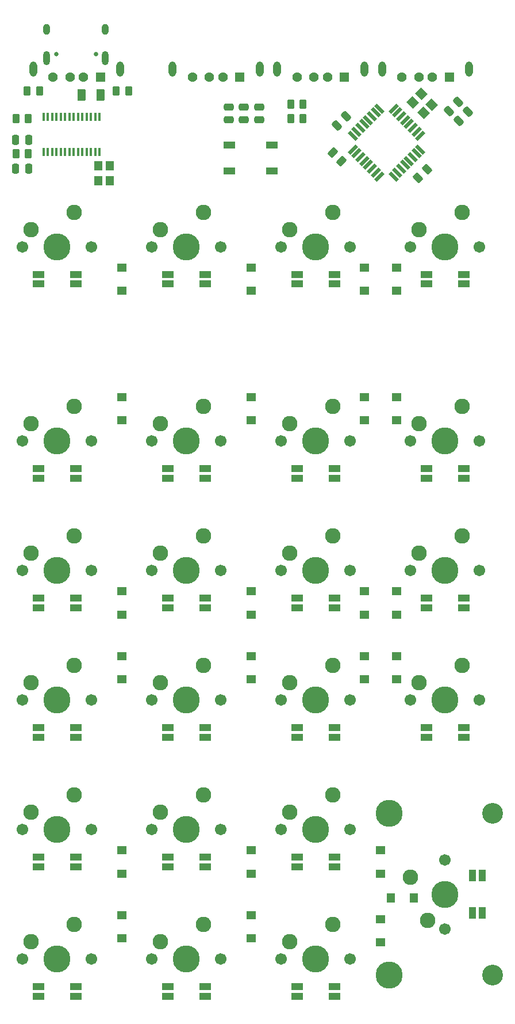
<source format=gbr>
%TF.GenerationSoftware,KiCad,Pcbnew,(6.99.0-222-g367431f825)*%
%TF.CreationDate,2022-01-14T00:46:19+01:00*%
%TF.ProjectId,usbhub-macropad,75736268-7562-42d6-9d61-63726f706164,rev?*%
%TF.SameCoordinates,Original*%
%TF.FileFunction,Soldermask,Bot*%
%TF.FilePolarity,Negative*%
%FSLAX46Y46*%
G04 Gerber Fmt 4.6, Leading zero omitted, Abs format (unit mm)*
G04 Created by KiCad (PCBNEW (6.99.0-222-g367431f825)) date 2022-01-14 00:46:19*
%MOMM*%
%LPD*%
G01*
G04 APERTURE LIST*
G04 Aperture macros list*
%AMRoundRect*
0 Rectangle with rounded corners*
0 $1 Rounding radius*
0 $2 $3 $4 $5 $6 $7 $8 $9 X,Y pos of 4 corners*
0 Add a 4 corners polygon primitive as box body*
4,1,4,$2,$3,$4,$5,$6,$7,$8,$9,$2,$3,0*
0 Add four circle primitives for the rounded corners*
1,1,$1+$1,$2,$3*
1,1,$1+$1,$4,$5*
1,1,$1+$1,$6,$7*
1,1,$1+$1,$8,$9*
0 Add four rect primitives between the rounded corners*
20,1,$1+$1,$2,$3,$4,$5,0*
20,1,$1+$1,$4,$5,$6,$7,0*
20,1,$1+$1,$6,$7,$8,$9,0*
20,1,$1+$1,$8,$9,$2,$3,0*%
%AMRotRect*
0 Rectangle, with rotation*
0 The origin of the aperture is its center*
0 $1 length*
0 $2 width*
0 $3 Rotation angle, in degrees counterclockwise*
0 Add horizontal line*
21,1,$1,$2,0,0,$3*%
G04 Aperture macros list end*
%ADD10R,1.428000X1.428000*%
%ADD11C,1.428000*%
%ADD12O,1.108000X2.216000*%
%ADD13C,0.650000*%
%ADD14O,1.000000X2.100000*%
%ADD15O,1.000000X1.600000*%
%ADD16C,1.701800*%
%ADD17C,3.987800*%
%ADD18C,2.286000*%
%ADD19C,3.048000*%
%ADD20R,0.400000X1.200000*%
%ADD21RoundRect,0.250000X-0.375000X-0.625000X0.375000X-0.625000X0.375000X0.625000X-0.375000X0.625000X0*%
%ADD22RoundRect,0.250000X-0.475000X0.250000X-0.475000X-0.250000X0.475000X-0.250000X0.475000X0.250000X0*%
%ADD23R,1.400000X1.200000*%
%ADD24R,1.200000X1.400000*%
%ADD25R,1.700000X1.000000*%
%ADD26R,1.000000X1.700000*%
%ADD27RoundRect,0.249998X0.262502X0.450002X-0.262502X0.450002X-0.262502X-0.450002X0.262502X-0.450002X0*%
%ADD28RoundRect,0.249998X-0.262502X-0.450002X0.262502X-0.450002X0.262502X0.450002X-0.262502X0.450002X0*%
%ADD29RoundRect,0.250000X0.159099X-0.512652X0.512652X-0.159099X-0.159099X0.512652X-0.512652X0.159099X0*%
%ADD30RoundRect,0.249998X-0.132583X0.503816X-0.503816X0.132583X0.132583X-0.503816X0.503816X-0.132583X0*%
%ADD31RotRect,1.400000X1.200000X315.000000*%
%ADD32RoundRect,0.250000X-0.250000X-0.475000X0.250000X-0.475000X0.250000X0.475000X-0.250000X0.475000X0*%
%ADD33RoundRect,0.249998X-0.503816X-0.132583X-0.132583X-0.503816X0.503816X0.132583X0.132583X0.503816X0*%
%ADD34RotRect,1.600000X0.550000X225.000000*%
%ADD35RotRect,1.600000X0.550000X135.000000*%
G04 APERTURE END LIST*
D10*
%TO.C,J4*%
X116090000Y-26830000D03*
D11*
X113590000Y-26830000D03*
X111590000Y-26830000D03*
X109090000Y-26830000D03*
D12*
X118990000Y-25630000D03*
X106190000Y-25630000D03*
%TD*%
D10*
%TO.C,J3*%
X167455000Y-26815000D03*
D11*
X164955000Y-26815000D03*
X162955000Y-26815000D03*
X160455000Y-26815000D03*
D12*
X170355000Y-25615000D03*
X157555000Y-25615000D03*
%TD*%
D13*
%TO.C,J5*%
X115370000Y-23440000D03*
X109590000Y-23440000D03*
D14*
X116800000Y-23970000D03*
D15*
X116800000Y-19790000D03*
D14*
X108160000Y-23970000D03*
D15*
X108160000Y-19790000D03*
%TD*%
D16*
%TO.C,K0\u002C2*%
X142700000Y-51740000D03*
D17*
X147780000Y-51740000D03*
D16*
X152860000Y-51740000D03*
D18*
X150320000Y-46660000D03*
X143970000Y-49200000D03*
%TD*%
D16*
%TO.C,K0\u002C0*%
X104600000Y-51740000D03*
D17*
X109680000Y-51740000D03*
D16*
X114760000Y-51740000D03*
D18*
X112220000Y-46660000D03*
X105870000Y-49200000D03*
%TD*%
D16*
%TO.C,K0\u002C3*%
X161750000Y-51740000D03*
D17*
X166830000Y-51740000D03*
D16*
X171910000Y-51740000D03*
D18*
X169370000Y-46660000D03*
X163020000Y-49200000D03*
%TD*%
D16*
%TO.C,K0\u002C1*%
X123650000Y-51740000D03*
D17*
X128730000Y-51740000D03*
D16*
X133810000Y-51740000D03*
D18*
X131270000Y-46660000D03*
X124920000Y-49200000D03*
%TD*%
D16*
%TO.C,K1\u002C3*%
X161750000Y-80315000D03*
D17*
X166830000Y-80315000D03*
D16*
X171910000Y-80315000D03*
D18*
X169370000Y-75235000D03*
X163020000Y-77775000D03*
%TD*%
D16*
%TO.C,K1\u002C2*%
X142700000Y-80315000D03*
D17*
X147780000Y-80315000D03*
D16*
X152860000Y-80315000D03*
D18*
X150320000Y-75235000D03*
X143970000Y-77775000D03*
%TD*%
D16*
%TO.C,K1\u002C1*%
X123650000Y-80315000D03*
D17*
X128730000Y-80315000D03*
D16*
X133810000Y-80315000D03*
D18*
X131270000Y-75235000D03*
X124920000Y-77775000D03*
%TD*%
D16*
%TO.C,K1\u002C0*%
X104600000Y-80315000D03*
D17*
X109680000Y-80315000D03*
D16*
X114760000Y-80315000D03*
D18*
X112220000Y-75235000D03*
X105870000Y-77775000D03*
%TD*%
D16*
%TO.C,K2\u002C2*%
X142700000Y-99365000D03*
D17*
X147780000Y-99365000D03*
D16*
X152860000Y-99365000D03*
D18*
X150320000Y-94285000D03*
X143970000Y-96825000D03*
%TD*%
D16*
%TO.C,K2\u002C1*%
X123650000Y-99365000D03*
D17*
X128730000Y-99365000D03*
D16*
X133810000Y-99365000D03*
D18*
X131270000Y-94285000D03*
X124920000Y-96825000D03*
%TD*%
D16*
%TO.C,K2\u002C0*%
X104600000Y-99365000D03*
D17*
X109680000Y-99365000D03*
D16*
X114760000Y-99365000D03*
D18*
X112220000Y-94285000D03*
X105870000Y-96825000D03*
%TD*%
D16*
%TO.C,K2\u002C3*%
X161750000Y-99365000D03*
D17*
X166830000Y-99365000D03*
D16*
X171910000Y-99365000D03*
D18*
X169370000Y-94285000D03*
X163020000Y-96825000D03*
%TD*%
D16*
%TO.C,K3\u002C1*%
X123650000Y-118415000D03*
D17*
X128730000Y-118415000D03*
D16*
X133810000Y-118415000D03*
D18*
X131270000Y-113335000D03*
X124920000Y-115875000D03*
%TD*%
D16*
%TO.C,K3\u002C3*%
X161750000Y-118415000D03*
D17*
X166830000Y-118415000D03*
D16*
X171910000Y-118415000D03*
D18*
X169370000Y-113335000D03*
X163020000Y-115875000D03*
%TD*%
D16*
%TO.C,K3\u002C0*%
X104600000Y-118415000D03*
D17*
X109680000Y-118415000D03*
D16*
X114760000Y-118415000D03*
D18*
X112220000Y-113335000D03*
X105870000Y-115875000D03*
%TD*%
D16*
%TO.C,K3\u002C2*%
X142700000Y-118415000D03*
D17*
X147780000Y-118415000D03*
D16*
X152860000Y-118415000D03*
D18*
X150320000Y-113335000D03*
X143970000Y-115875000D03*
%TD*%
D16*
%TO.C,K4\u002C2*%
X142700000Y-137465000D03*
D17*
X147780000Y-137465000D03*
D16*
X152860000Y-137465000D03*
D18*
X150320000Y-132385000D03*
X143970000Y-134925000D03*
%TD*%
D16*
%TO.C,K4\u002C3*%
X166830000Y-152070000D03*
D17*
X166830000Y-146990000D03*
D16*
X166830000Y-141910000D03*
D18*
X161750000Y-144450000D03*
X164290000Y-150800000D03*
%TD*%
D16*
%TO.C,K4\u002C1*%
X123650000Y-137465000D03*
D17*
X128730000Y-137465000D03*
D16*
X133810000Y-137465000D03*
D18*
X131270000Y-132385000D03*
X124920000Y-134925000D03*
%TD*%
D16*
%TO.C,K4\u002C0*%
X104600000Y-137465000D03*
D17*
X109680000Y-137465000D03*
D16*
X114760000Y-137465000D03*
D18*
X112220000Y-132385000D03*
X105870000Y-134925000D03*
%TD*%
D16*
%TO.C,K5\u002C1*%
X123650000Y-156515000D03*
D17*
X128730000Y-156515000D03*
D16*
X133810000Y-156515000D03*
D18*
X131270000Y-151435000D03*
X124920000Y-153975000D03*
%TD*%
D16*
%TO.C,K5\u002C2*%
X142700000Y-156515000D03*
D17*
X147780000Y-156515000D03*
D16*
X152860000Y-156515000D03*
D18*
X150320000Y-151435000D03*
X143970000Y-153975000D03*
%TD*%
D19*
%TO.C,H1*%
X173815000Y-135090000D03*
D17*
X158575000Y-135090000D03*
D19*
X173815000Y-158890000D03*
D17*
X158575000Y-158890000D03*
%TD*%
D10*
%TO.C,J1*%
X136610000Y-26820000D03*
D11*
X134110000Y-26820000D03*
X132110000Y-26820000D03*
X129610000Y-26820000D03*
D12*
X139510000Y-25620000D03*
X126710000Y-25620000D03*
%TD*%
D10*
%TO.C,J2*%
X152020000Y-26830000D03*
D11*
X149520000Y-26830000D03*
X147520000Y-26830000D03*
X145020000Y-26830000D03*
D12*
X154920000Y-25630000D03*
X142120000Y-25630000D03*
%TD*%
D16*
%TO.C,K5\u002C0*%
X104600000Y-156515000D03*
D17*
X109680000Y-156515000D03*
D16*
X114760000Y-156515000D03*
D18*
X112220000Y-151435000D03*
X105870000Y-153975000D03*
%TD*%
D20*
%TO.C,U1*%
X115927500Y-37820000D03*
X115292500Y-37820000D03*
X114657500Y-37820000D03*
X114022500Y-37820000D03*
X113387500Y-37820000D03*
X112752500Y-37820000D03*
X112117500Y-37820000D03*
X111482500Y-37820000D03*
X110847500Y-37820000D03*
X110212500Y-37820000D03*
X109577500Y-37820000D03*
X108942500Y-37820000D03*
X108307500Y-37820000D03*
X107672500Y-37820000D03*
X107672500Y-32620000D03*
X108307500Y-32620000D03*
X108942500Y-32620000D03*
X109577500Y-32620000D03*
X110212500Y-32620000D03*
X110847500Y-32620000D03*
X111482500Y-32620000D03*
X112117500Y-32620000D03*
X112752500Y-32620000D03*
X113387500Y-32620000D03*
X114022500Y-32620000D03*
X114657500Y-32620000D03*
X115292500Y-32620000D03*
X115927500Y-32620000D03*
%TD*%
D21*
%TO.C,F1*%
X113280000Y-29415000D03*
X116080000Y-29415000D03*
%TD*%
D22*
%TO.C,C6*%
X139420000Y-31190000D03*
X139420000Y-33090000D03*
%TD*%
%TO.C,C7*%
X134980000Y-31170000D03*
X134980000Y-33070000D03*
%TD*%
D23*
%TO.C,D0\u002C0*%
X119205000Y-58202500D03*
X119205000Y-54802500D03*
%TD*%
%TO.C,D0\u002C3*%
X159686250Y-58202500D03*
X159686250Y-54802500D03*
%TD*%
%TO.C,D0\u002C2*%
X154923750Y-58202500D03*
X154923750Y-54802500D03*
%TD*%
%TO.C,D0\u002C1*%
X138255000Y-58202500D03*
X138255000Y-54802500D03*
%TD*%
%TO.C,D1\u002C3*%
X159686250Y-73852500D03*
X159686250Y-77252500D03*
%TD*%
%TO.C,D1\u002C1*%
X138255000Y-73852500D03*
X138255000Y-77252500D03*
%TD*%
%TO.C,D1\u002C0*%
X119205000Y-73852500D03*
X119205000Y-77252500D03*
%TD*%
%TO.C,D2\u002C3*%
X159686250Y-105827500D03*
X159686250Y-102427500D03*
%TD*%
%TO.C,D2\u002C1*%
X138255000Y-105827500D03*
X138255000Y-102427500D03*
%TD*%
%TO.C,D2\u002C0*%
X119205000Y-105827500D03*
X119205000Y-102427500D03*
%TD*%
%TO.C,D2\u002C2*%
X154923750Y-105827500D03*
X154923750Y-102427500D03*
%TD*%
%TO.C,D3\u002C0*%
X119205000Y-111952500D03*
X119205000Y-115352500D03*
%TD*%
%TO.C,D3\u002C3*%
X159686250Y-111952500D03*
X159686250Y-115352500D03*
%TD*%
%TO.C,D3\u002C2*%
X154923750Y-111952500D03*
X154923750Y-115352500D03*
%TD*%
%TO.C,D3\u002C1*%
X138255000Y-111952500D03*
X138255000Y-115352500D03*
%TD*%
%TO.C,D4\u002C1*%
X138255000Y-143927500D03*
X138255000Y-140527500D03*
%TD*%
%TO.C,D4\u002C2*%
X157305000Y-143927500D03*
X157305000Y-140527500D03*
%TD*%
D24*
%TO.C,D4\u002C3*%
X158840000Y-147560000D03*
X162240000Y-147560000D03*
%TD*%
D23*
%TO.C,D5\u002C0*%
X119205000Y-150052500D03*
X119205000Y-153452500D03*
%TD*%
%TO.C,D5\u002C1*%
X138255000Y-150052500D03*
X138255000Y-153452500D03*
%TD*%
%TO.C,D5\u002C2*%
X157310000Y-150680000D03*
X157310000Y-154080000D03*
%TD*%
D25*
%TO.C,LED0\u002C0*%
X106930000Y-55802500D03*
X106930000Y-57202500D03*
X112430000Y-57202500D03*
X112430000Y-55802500D03*
%TD*%
%TO.C,LED0\u002C1*%
X125980000Y-55802500D03*
X125980000Y-57202500D03*
X131480000Y-57202500D03*
X131480000Y-55802500D03*
%TD*%
%TO.C,LED0\u002C2*%
X145030000Y-55802500D03*
X145030000Y-57202500D03*
X150530000Y-57202500D03*
X150530000Y-55802500D03*
%TD*%
%TO.C,LED0\u002C3*%
X164080000Y-55802500D03*
X164080000Y-57202500D03*
X169580000Y-57202500D03*
X169580000Y-55802500D03*
%TD*%
%TO.C,LED1\u002C0*%
X112430000Y-85777500D03*
X112430000Y-84377500D03*
X106930000Y-84377500D03*
X106930000Y-85777500D03*
%TD*%
%TO.C,LED1\u002C1*%
X131480000Y-85777500D03*
X131480000Y-84377500D03*
X125980000Y-84377500D03*
X125980000Y-85777500D03*
%TD*%
%TO.C,LED1\u002C2*%
X150530000Y-85777500D03*
X150530000Y-84377500D03*
X145030000Y-84377500D03*
X145030000Y-85777500D03*
%TD*%
%TO.C,LED2\u002C0*%
X164080000Y-103427500D03*
X164080000Y-104827500D03*
X169580000Y-104827500D03*
X169580000Y-103427500D03*
%TD*%
%TO.C,LED2\u002C1*%
X145030000Y-103427500D03*
X145030000Y-104827500D03*
X150530000Y-104827500D03*
X150530000Y-103427500D03*
%TD*%
%TO.C,LED2\u002C2*%
X125980000Y-103427500D03*
X125980000Y-104827500D03*
X131480000Y-104827500D03*
X131480000Y-103427500D03*
%TD*%
%TO.C,LED2\u002C3*%
X106930000Y-103427500D03*
X106930000Y-104827500D03*
X112430000Y-104827500D03*
X112430000Y-103427500D03*
%TD*%
%TO.C,LED3\u002C3*%
X169580000Y-123877500D03*
X169580000Y-122477500D03*
X164080000Y-122477500D03*
X164080000Y-123877500D03*
%TD*%
%TO.C,LED3\u002C0*%
X112430000Y-123877500D03*
X112430000Y-122477500D03*
X106930000Y-122477500D03*
X106930000Y-123877500D03*
%TD*%
%TO.C,LED3\u002C1*%
X131480000Y-123877500D03*
X131480000Y-122477500D03*
X125980000Y-122477500D03*
X125980000Y-123877500D03*
%TD*%
%TO.C,LED3\u002C2*%
X150530000Y-123877500D03*
X150530000Y-122477500D03*
X145030000Y-122477500D03*
X145030000Y-123877500D03*
%TD*%
D26*
%TO.C,LED4\u002C0*%
X170892500Y-149740000D03*
X172292500Y-149740000D03*
X172292500Y-144240000D03*
X170892500Y-144240000D03*
%TD*%
D25*
%TO.C,LED4\u002C1*%
X145030000Y-141527500D03*
X145030000Y-142927500D03*
X150530000Y-142927500D03*
X150530000Y-141527500D03*
%TD*%
%TO.C,LED4\u002C2*%
X125980000Y-141527500D03*
X125980000Y-142927500D03*
X131480000Y-142927500D03*
X131480000Y-141527500D03*
%TD*%
%TO.C,LED4\u002C3*%
X106930000Y-141527500D03*
X106930000Y-142927500D03*
X112430000Y-142927500D03*
X112430000Y-141527500D03*
%TD*%
%TO.C,LED5\u002C0*%
X112430000Y-161977500D03*
X112430000Y-160577500D03*
X106930000Y-160577500D03*
X106930000Y-161977500D03*
%TD*%
%TO.C,LED5\u002C1*%
X131480000Y-161977500D03*
X131480000Y-160577500D03*
X125980000Y-160577500D03*
X125980000Y-161977500D03*
%TD*%
%TO.C,LED5\u002C2*%
X150530000Y-161977500D03*
X150530000Y-160577500D03*
X145030000Y-160577500D03*
X145030000Y-161977500D03*
%TD*%
D27*
%TO.C,R2*%
X105442500Y-38040000D03*
X103617500Y-38040000D03*
%TD*%
D28*
%TO.C,R3*%
X118407500Y-28810000D03*
X120232500Y-28810000D03*
%TD*%
D27*
%TO.C,R4*%
X107092500Y-28850000D03*
X105267500Y-28850000D03*
%TD*%
D25*
%TO.C,SW1*%
X141330000Y-36790000D03*
X135030000Y-36790000D03*
X141330000Y-40590000D03*
X135030000Y-40590000D03*
%TD*%
D22*
%TO.C,C5*%
X137180000Y-31180000D03*
X137180000Y-33080000D03*
%TD*%
D25*
%TO.C,LED1\u002C3*%
X169580000Y-85777500D03*
X169580000Y-84377500D03*
X164080000Y-84377500D03*
X164080000Y-85777500D03*
%TD*%
D29*
%TO.C,C3*%
X167368249Y-31801751D03*
X168711751Y-30458249D03*
%TD*%
%TO.C,C4*%
X168818249Y-33251751D03*
X170161751Y-31908249D03*
%TD*%
D28*
%TO.C,R8*%
X144107500Y-30810000D03*
X145932500Y-30810000D03*
%TD*%
D30*
%TO.C,R10*%
X164150000Y-40330000D03*
X162859530Y-41620470D03*
%TD*%
D31*
%TO.C,Y2*%
X163293223Y-29281142D03*
X164848858Y-30836777D03*
X163646777Y-32038858D03*
X162091142Y-30483223D03*
%TD*%
D23*
%TO.C,D1\u002C2*%
X154923750Y-73852500D03*
X154923750Y-77252500D03*
%TD*%
%TO.C,D4\u002C0*%
X119205000Y-143927500D03*
X119205000Y-140527500D03*
%TD*%
D32*
%TO.C,C1*%
X103580000Y-40240000D03*
X105480000Y-40240000D03*
%TD*%
D29*
%TO.C,C8*%
X150868249Y-33861751D03*
X152211751Y-32518249D03*
%TD*%
D33*
%TO.C,R9*%
X150254765Y-37884765D03*
X151545235Y-39175235D03*
%TD*%
D34*
%TO.C,U2*%
X159245305Y-31424897D03*
X159810990Y-31990583D03*
X160376676Y-32556268D03*
X160942361Y-33121953D03*
X161508047Y-33687639D03*
X162073732Y-34253324D03*
X162639417Y-34819010D03*
X163205103Y-35384695D03*
D35*
X163205103Y-37435305D03*
X162639417Y-38000990D03*
X162073732Y-38566676D03*
X161508047Y-39132361D03*
X160942361Y-39698047D03*
X160376676Y-40263732D03*
X159810990Y-40829417D03*
X159245305Y-41395103D03*
D34*
X157194695Y-41395103D03*
X156629010Y-40829417D03*
X156063324Y-40263732D03*
X155497639Y-39698047D03*
X154931953Y-39132361D03*
X154366268Y-38566676D03*
X153800583Y-38000990D03*
X153234897Y-37435305D03*
D35*
X153234897Y-35384695D03*
X153800583Y-34819010D03*
X154366268Y-34253324D03*
X154931953Y-33687639D03*
X155497639Y-33121953D03*
X156063324Y-32556268D03*
X156629010Y-31990583D03*
X157194695Y-31424897D03*
%TD*%
D32*
%TO.C,C2*%
X103590000Y-35990000D03*
X105490000Y-35990000D03*
%TD*%
D27*
%TO.C,R1*%
X105452500Y-32860000D03*
X103627500Y-32860000D03*
%TD*%
%TO.C,R7*%
X145932500Y-32850000D03*
X144107500Y-32850000D03*
%TD*%
D24*
%TO.C,Y1*%
X117480000Y-39840000D03*
X117480000Y-42040000D03*
X115780000Y-42040000D03*
X115780000Y-39840000D03*
%TD*%
M02*

</source>
